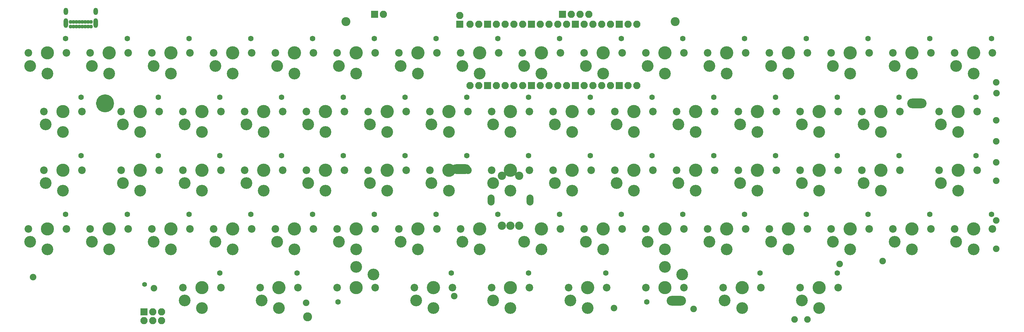
<source format=gts>
%TF.GenerationSoftware,KiCad,Pcbnew,(6.0.0-0)*%
%TF.CreationDate,2022-01-09T21:23:33+09:00*%
%TF.ProjectId,nora,6e6f7261-2e6b-4696-9361-645f70636258,DN:0031*%
%TF.SameCoordinates,Original*%
%TF.FileFunction,Soldermask,Top*%
%TF.FilePolarity,Negative*%
%FSLAX46Y46*%
G04 Gerber Fmt 4.6, Leading zero omitted, Abs format (unit mm)*
G04 Created by KiCad (PCBNEW (6.0.0-0)) date 2022-01-09 21:23:33*
%MOMM*%
%LPD*%
G01*
G04 APERTURE LIST*
G04 Aperture macros list*
%AMRoundRect*
0 Rectangle with rounded corners*
0 $1 Rounding radius*
0 $2 $3 $4 $5 $6 $7 $8 $9 X,Y pos of 4 corners*
0 Add a 4 corners polygon primitive as box body*
4,1,4,$2,$3,$4,$5,$6,$7,$8,$9,$2,$3,0*
0 Add four circle primitives for the rounded corners*
1,1,$1+$1,$2,$3*
1,1,$1+$1,$4,$5*
1,1,$1+$1,$6,$7*
1,1,$1+$1,$8,$9*
0 Add four rect primitives between the rounded corners*
20,1,$1+$1,$2,$3,$4,$5,0*
20,1,$1+$1,$4,$5,$6,$7,0*
20,1,$1+$1,$6,$7,$8,$9,0*
20,1,$1+$1,$8,$9,$2,$3,0*%
G04 Aperture macros list end*
%ADD10O,5.600000X2.800000*%
%ADD11C,1.400000*%
%ADD12C,5.200000*%
%ADD13C,2.600000*%
%ADD14C,2.200000*%
%ADD15C,3.400000*%
%ADD16C,3.829000*%
%ADD17C,1.600000*%
%ADD18C,3.800000*%
%ADD19O,2.000000X3.200000*%
%ADD20C,2.400000*%
%ADD21C,1.900000*%
%ADD22C,1.100000*%
%ADD23O,1.300000X2.800000*%
%ADD24O,1.300000X2.100000*%
%ADD25RoundRect,0.200000X-0.850000X0.850000X-0.850000X-0.850000X0.850000X-0.850000X0.850000X0.850000X0*%
%ADD26O,2.100000X2.100000*%
%ADD27RoundRect,0.200000X-0.850000X-0.850000X0.850000X-0.850000X0.850000X0.850000X-0.850000X0.850000X0*%
G04 APERTURE END LIST*
D10*
X150800000Y-69550000D03*
X213100000Y-107750000D03*
X282650000Y-50450000D03*
D11*
X49050000Y-49100000D03*
X47800000Y-48550000D03*
X49050000Y-51800000D03*
X46450000Y-49100000D03*
X46450000Y-51750000D03*
X49700000Y-50450000D03*
X47800000Y-52350000D03*
X45900000Y-50450000D03*
D12*
X47800000Y-50450000D03*
D13*
X117500000Y-26800000D03*
X212750000Y-26800000D03*
X106450000Y-112400000D03*
D14*
X43539048Y-35875520D03*
D15*
X49039048Y-41825520D03*
D16*
X49039048Y-35875520D03*
D15*
X44039048Y-39625520D03*
D14*
X54539048Y-35875520D03*
D17*
X54259048Y-31675520D03*
D14*
X54539048Y-86875520D03*
D15*
X49039048Y-92825520D03*
D16*
X49039048Y-86875520D03*
D15*
X44039048Y-90625520D03*
D14*
X43539048Y-86875520D03*
D17*
X54259048Y-82675520D03*
D14*
X72398424Y-35875520D03*
D17*
X72118424Y-31675520D03*
D14*
X61398424Y-35875520D03*
D16*
X66898424Y-35875520D03*
D15*
X66898424Y-41825520D03*
X61898424Y-39625520D03*
D14*
X52468736Y-52875520D03*
D15*
X52968736Y-56625520D03*
D14*
X63468736Y-52875520D03*
D15*
X57968736Y-58825520D03*
D17*
X63188736Y-48675520D03*
D16*
X57968736Y-52875520D03*
D15*
X61898424Y-90625520D03*
D14*
X61398424Y-86875520D03*
D15*
X66898424Y-92825520D03*
D17*
X72118424Y-82675520D03*
D14*
X72398424Y-86875520D03*
D16*
X66898424Y-86875520D03*
D15*
X84757800Y-41825520D03*
D14*
X90257800Y-35875520D03*
D15*
X79757800Y-39625520D03*
D16*
X84757800Y-35875520D03*
D14*
X79257800Y-35875520D03*
D17*
X89977800Y-31675520D03*
D15*
X75828112Y-58825520D03*
D17*
X81048112Y-48675520D03*
D16*
X75828112Y-52875520D03*
D14*
X81328112Y-52875520D03*
D15*
X70828112Y-56625520D03*
D14*
X70328112Y-52875520D03*
D15*
X75828112Y-75825520D03*
X70828112Y-73625520D03*
D14*
X81328112Y-69875520D03*
D16*
X75828112Y-69875520D03*
D17*
X81048112Y-65675520D03*
D14*
X70328112Y-69875520D03*
X90257800Y-86875520D03*
D15*
X79757800Y-90625520D03*
D17*
X89977800Y-82675520D03*
D14*
X79257800Y-86875520D03*
D16*
X84757800Y-86875520D03*
D15*
X84757800Y-92825520D03*
D16*
X102617176Y-35875520D03*
D15*
X102617176Y-41825520D03*
D14*
X108117176Y-35875520D03*
X97117176Y-35875520D03*
D17*
X107837176Y-31675520D03*
D15*
X97617176Y-39625520D03*
D14*
X99187488Y-52875520D03*
D15*
X93687488Y-58825520D03*
D16*
X93687488Y-52875520D03*
D15*
X88687488Y-56625520D03*
D14*
X88187488Y-52875520D03*
D17*
X98907488Y-48675520D03*
D14*
X88187488Y-69875520D03*
D15*
X93687488Y-75825520D03*
D17*
X98907488Y-65675520D03*
D15*
X88687488Y-73625520D03*
D16*
X93687488Y-69875520D03*
D14*
X99187488Y-69875520D03*
D15*
X97617176Y-90625520D03*
D16*
X102617176Y-86875520D03*
D15*
X102617176Y-92825520D03*
D17*
X107837176Y-82675520D03*
D14*
X108117176Y-86875520D03*
X97117176Y-86875520D03*
D15*
X120476552Y-41825520D03*
X115476552Y-39625520D03*
D16*
X120476552Y-35875520D03*
D17*
X125696552Y-31675520D03*
D14*
X114976552Y-35875520D03*
X125976552Y-35875520D03*
D15*
X106546864Y-56625520D03*
D17*
X116766864Y-48675520D03*
D14*
X106046864Y-52875520D03*
X117046864Y-52875520D03*
D16*
X111546864Y-52875520D03*
D15*
X111546864Y-58825520D03*
D16*
X111546864Y-69875520D03*
D14*
X117046864Y-69875520D03*
D15*
X111546864Y-75825520D03*
D14*
X106046864Y-69875520D03*
D17*
X116766864Y-65675520D03*
D15*
X106546864Y-73625520D03*
X115476552Y-90625520D03*
D14*
X114976552Y-86875520D03*
D17*
X125696552Y-82675520D03*
D14*
X125976552Y-86875520D03*
D16*
X120476552Y-86875520D03*
D15*
X120476552Y-92825520D03*
D14*
X143835928Y-35875520D03*
D15*
X138335928Y-41825520D03*
D14*
X132835928Y-35875520D03*
D17*
X143555928Y-31675520D03*
D15*
X133335928Y-39625520D03*
D16*
X138335928Y-35875520D03*
D17*
X134626240Y-48675520D03*
D14*
X123906240Y-52875520D03*
D15*
X124406240Y-56625520D03*
D14*
X134906240Y-52875520D03*
D16*
X129406240Y-52875520D03*
D15*
X129406240Y-58825520D03*
D17*
X134626240Y-65675520D03*
D15*
X129406240Y-75825520D03*
X124406240Y-73625520D03*
D14*
X123906240Y-69875520D03*
D16*
X129406240Y-69875520D03*
D14*
X134906240Y-69875520D03*
X143835928Y-86875520D03*
X132835928Y-86875520D03*
D15*
X133335928Y-90625520D03*
D16*
X138335928Y-86875520D03*
D15*
X138335928Y-92825520D03*
D17*
X143555928Y-82675520D03*
D15*
X147265616Y-58825520D03*
D17*
X152485616Y-48675520D03*
D16*
X147265616Y-52875520D03*
D14*
X152765616Y-52875520D03*
X141765616Y-52875520D03*
D15*
X142265616Y-56625520D03*
D17*
X152485616Y-65675520D03*
D14*
X152765616Y-69875520D03*
D16*
X147265616Y-69875520D03*
D15*
X142265616Y-73625520D03*
X147265616Y-75825520D03*
D14*
X141765616Y-69875520D03*
X197414056Y-35875520D03*
D15*
X186914056Y-39625520D03*
D17*
X197134056Y-31675520D03*
D15*
X191914056Y-41825520D03*
D16*
X191914056Y-35875520D03*
D14*
X186414056Y-35875520D03*
D15*
X182984368Y-58825520D03*
D14*
X188484368Y-52875520D03*
D15*
X177984368Y-56625520D03*
D14*
X177484368Y-52875520D03*
D16*
X182984368Y-52875520D03*
D17*
X188204368Y-48675520D03*
X197134056Y-82675520D03*
D16*
X191914056Y-86875520D03*
D15*
X186914056Y-90625520D03*
D14*
X186414056Y-86875520D03*
X197414056Y-86875520D03*
D15*
X191914056Y-92825520D03*
X182449212Y-107625520D03*
D14*
X192949212Y-103875520D03*
D17*
X192669212Y-99675520D03*
D15*
X187449212Y-109825520D03*
D14*
X181949212Y-103875520D03*
D16*
X187449212Y-103875520D03*
D14*
X204273432Y-35875520D03*
D16*
X209773432Y-35875520D03*
D15*
X209773432Y-41825520D03*
D14*
X215273432Y-35875520D03*
D17*
X214993432Y-31675520D03*
D15*
X204773432Y-39625520D03*
D14*
X206343744Y-52875520D03*
D16*
X200843744Y-52875520D03*
D14*
X195343744Y-52875520D03*
D17*
X206063744Y-48675520D03*
D15*
X195843744Y-56625520D03*
X200843744Y-58825520D03*
X195843744Y-73625520D03*
X200843744Y-75825520D03*
D14*
X195343744Y-69875520D03*
D16*
X200843744Y-69875520D03*
D17*
X206063744Y-65675520D03*
D14*
X206343744Y-69875520D03*
X204273432Y-86875520D03*
D16*
X209773432Y-86875520D03*
D17*
X214993432Y-82675520D03*
D15*
X209773432Y-92825520D03*
D14*
X215273432Y-86875520D03*
D15*
X204773432Y-90625520D03*
D14*
X215273432Y-103875520D03*
D15*
X214773432Y-100125520D03*
D17*
X204553432Y-108075520D03*
D18*
X209773432Y-103875520D03*
D15*
X209773432Y-97925520D03*
D14*
X204273432Y-103875520D03*
D17*
X232852808Y-31675520D03*
D15*
X222632808Y-39625520D03*
D16*
X227632808Y-35875520D03*
D15*
X227632808Y-41825520D03*
D14*
X222132808Y-35875520D03*
X233132808Y-35875520D03*
D16*
X218703120Y-69875520D03*
D17*
X223923120Y-65675520D03*
D14*
X224203120Y-69875520D03*
D15*
X218703120Y-75825520D03*
X213703120Y-73625520D03*
D14*
X213203120Y-69875520D03*
D17*
X232852808Y-82675520D03*
D15*
X222632808Y-90625520D03*
D14*
X222132808Y-86875520D03*
D15*
X227632808Y-92825520D03*
D16*
X227632808Y-86875520D03*
D14*
X233132808Y-86875520D03*
D17*
X237317652Y-99675520D03*
D14*
X226597652Y-103875520D03*
D16*
X232097652Y-103875520D03*
D14*
X237597652Y-103875520D03*
D15*
X232097652Y-109825520D03*
X227097652Y-107625520D03*
D17*
X250712187Y-31675520D03*
D14*
X239992187Y-35875520D03*
D16*
X245492187Y-35875520D03*
D15*
X245492187Y-41825520D03*
D14*
X250992187Y-35875520D03*
D15*
X240492187Y-39625520D03*
X240491992Y-90625520D03*
D17*
X250711992Y-82675520D03*
D16*
X245491992Y-86875520D03*
D15*
X245491992Y-92825520D03*
D14*
X239991992Y-86875520D03*
X250991992Y-86875520D03*
D15*
X263351560Y-41825520D03*
D16*
X263351560Y-35875520D03*
D15*
X258351560Y-39625520D03*
D14*
X268851560Y-35875520D03*
D17*
X268571560Y-31675520D03*
D14*
X257851560Y-35875520D03*
X259921672Y-69875520D03*
D15*
X249421672Y-73625520D03*
D17*
X259641672Y-65675520D03*
D14*
X248921672Y-69875520D03*
D16*
X254421672Y-69875520D03*
D15*
X254421672Y-75825520D03*
D14*
X268851560Y-86875520D03*
D15*
X258351560Y-90625520D03*
D16*
X263351560Y-86875520D03*
D17*
X268571560Y-82675520D03*
D14*
X257851560Y-86875520D03*
D15*
X263351560Y-92825520D03*
D14*
X275710937Y-35875520D03*
X286710937Y-35875520D03*
D16*
X281210937Y-35875520D03*
D15*
X281210937Y-41825520D03*
D17*
X286430937Y-31675520D03*
D15*
X276210937Y-39625520D03*
X272281032Y-58825520D03*
D17*
X277501032Y-48675520D03*
D16*
X272281032Y-52875520D03*
D14*
X266781032Y-52875520D03*
X277781032Y-52875520D03*
D15*
X267281032Y-56625520D03*
D17*
X277501032Y-65675520D03*
D16*
X272281032Y-69875520D03*
D14*
X266781032Y-69875520D03*
X277781032Y-69875520D03*
D15*
X267281032Y-73625520D03*
X272281032Y-75825520D03*
D14*
X286710936Y-86875520D03*
X275710936Y-86875520D03*
D16*
X281210936Y-86875520D03*
D15*
X281210936Y-92825520D03*
D17*
X286430936Y-82675520D03*
D15*
X276210936Y-90625520D03*
D14*
X293570312Y-35875520D03*
D15*
X294070312Y-39625520D03*
D14*
X304570312Y-35875520D03*
D17*
X304290312Y-31675520D03*
D16*
X299070312Y-35875520D03*
D15*
X299070312Y-41825520D03*
D14*
X304570312Y-86875520D03*
D15*
X299070312Y-92825520D03*
D14*
X293570312Y-86875520D03*
D16*
X299070312Y-86875520D03*
D15*
X294070312Y-90625520D03*
D17*
X304290312Y-82675520D03*
X63188736Y-65675520D03*
D15*
X57968736Y-75825520D03*
X52968736Y-73625520D03*
D14*
X52468736Y-69875520D03*
D16*
X57968736Y-69875520D03*
D14*
X63468736Y-69875520D03*
D17*
X223923120Y-48675520D03*
D15*
X218703120Y-58825520D03*
D14*
X224203120Y-52875520D03*
D16*
X218703120Y-52875520D03*
D14*
X213203120Y-52875520D03*
D15*
X213703120Y-56625520D03*
D16*
X182984368Y-69875520D03*
D14*
X188484368Y-69875520D03*
D15*
X177984368Y-73625520D03*
D14*
X177484368Y-69875520D03*
D17*
X188204368Y-65675520D03*
D15*
X182984368Y-75825520D03*
X35644516Y-58825520D03*
D17*
X40864516Y-48675520D03*
D18*
X35644516Y-52875520D03*
D14*
X30144516Y-52875520D03*
X41144516Y-52875520D03*
D15*
X30644516Y-56625520D03*
D14*
X36679672Y-35875520D03*
D15*
X31179672Y-41825520D03*
X26179672Y-39625520D03*
D14*
X25679672Y-35875520D03*
D17*
X36399672Y-31675520D03*
D18*
X31179672Y-35875520D03*
D17*
X36399680Y-82675520D03*
D15*
X26179680Y-90625520D03*
D14*
X25679680Y-86875520D03*
D18*
X31179680Y-86875520D03*
D15*
X31179680Y-92825520D03*
D14*
X36679680Y-86875520D03*
D15*
X125476552Y-100125520D03*
D14*
X125976552Y-103875520D03*
D17*
X115256552Y-108075520D03*
D15*
X120476552Y-97925520D03*
D14*
X114976552Y-103875520D03*
D18*
X120476552Y-103875520D03*
D16*
X142800772Y-103875520D03*
D17*
X148020772Y-99675520D03*
D14*
X137300772Y-103875520D03*
D15*
X137800772Y-107625520D03*
X142800772Y-109825520D03*
D14*
X148300772Y-103875520D03*
X242062312Y-69875520D03*
D15*
X236562312Y-75825520D03*
X231562312Y-73625520D03*
D17*
X241782312Y-65675520D03*
D16*
X236562312Y-69875520D03*
D14*
X231062312Y-69875520D03*
X248921872Y-103875520D03*
D15*
X249421872Y-107625520D03*
D18*
X254421872Y-103875520D03*
D15*
X254421872Y-109825520D03*
D17*
X259641872Y-99675520D03*
D14*
X259921872Y-103875520D03*
X81328112Y-103875520D03*
D17*
X81048112Y-99675520D03*
D15*
X70828112Y-107625520D03*
D18*
X75828112Y-103875520D03*
D14*
X70328112Y-103875520D03*
D15*
X75828112Y-109825520D03*
X93152332Y-107625520D03*
X98152332Y-109825520D03*
D14*
X92652332Y-103875520D03*
X103652332Y-103875520D03*
D17*
X103372332Y-99675520D03*
D16*
X98152332Y-103875520D03*
D14*
X242062312Y-52875520D03*
X231062312Y-52875520D03*
D15*
X231562312Y-56625520D03*
D16*
X236562312Y-52875520D03*
D17*
X241782312Y-48675520D03*
D15*
X236562312Y-58825520D03*
X289605232Y-56625520D03*
D17*
X299825232Y-48675520D03*
D14*
X289105232Y-52875520D03*
D15*
X294605232Y-58825520D03*
D14*
X300105232Y-52875520D03*
D18*
X294605232Y-52875520D03*
D14*
X300105232Y-69875520D03*
X289105232Y-69875520D03*
D15*
X289605232Y-73625520D03*
D18*
X294605232Y-69875520D03*
D17*
X299825232Y-65675520D03*
D15*
X294605232Y-75825520D03*
D14*
X259921672Y-52875520D03*
X248921672Y-52875520D03*
D15*
X254421672Y-58825520D03*
X249421672Y-56625520D03*
D17*
X259641672Y-48675520D03*
D16*
X254421672Y-52875520D03*
D14*
X41144516Y-69875520D03*
D17*
X40864516Y-65675520D03*
D15*
X35644516Y-75825520D03*
D18*
X35644516Y-69875520D03*
D15*
X30644516Y-73625520D03*
D14*
X30144516Y-69875520D03*
D16*
X156195304Y-35875520D03*
D15*
X156195304Y-41825520D03*
D17*
X161415304Y-31675520D03*
D14*
X161695304Y-35875520D03*
D15*
X151195304Y-39625520D03*
D14*
X150695304Y-35875520D03*
D19*
X159524992Y-78475520D03*
X170724992Y-78475520D03*
D20*
X162624992Y-85975520D03*
X167624992Y-85975520D03*
X165124992Y-85975520D03*
X167624992Y-71475520D03*
X162624992Y-71475520D03*
D16*
X174054680Y-86875520D03*
D17*
X179274680Y-82675520D03*
D15*
X169054680Y-90625520D03*
D14*
X179554680Y-86875520D03*
D15*
X174054680Y-92825520D03*
D17*
X179274680Y-31675520D03*
D14*
X179554680Y-35875520D03*
D15*
X169054680Y-39625520D03*
D16*
X174054680Y-35875520D03*
D15*
X174054680Y-41825520D03*
D14*
X168554680Y-35875520D03*
X170624992Y-103875520D03*
D18*
X165124992Y-103875520D03*
D15*
X160124992Y-107625520D03*
D17*
X170344992Y-99675520D03*
D14*
X159624992Y-103875520D03*
D15*
X165124992Y-109825520D03*
D14*
X150695304Y-86875520D03*
D15*
X151195304Y-90625520D03*
X156195304Y-92825520D03*
D17*
X161415304Y-82675520D03*
D16*
X156195304Y-86875520D03*
D14*
X170624992Y-69875520D03*
D15*
X160124992Y-73625520D03*
D14*
X159624992Y-69875520D03*
D17*
X170344992Y-65675520D03*
D16*
X165124992Y-69875520D03*
D15*
X165124992Y-75825520D03*
D17*
X170344992Y-48675520D03*
D15*
X165124992Y-58825520D03*
D14*
X159624992Y-52875520D03*
D15*
X160124992Y-56625520D03*
D16*
X165124992Y-52875520D03*
D14*
X170624992Y-52875520D03*
D21*
X61973432Y-104075520D03*
X305614056Y-84475520D03*
X148860866Y-106375520D03*
D11*
X59273432Y-102975520D03*
D21*
X105973432Y-108275520D03*
X27000000Y-100900000D03*
X305614056Y-92675520D03*
X305700000Y-47500000D03*
X305649984Y-61500000D03*
X305650000Y-67600000D03*
X272760866Y-96175520D03*
X247260866Y-113175520D03*
X305649984Y-55400000D03*
X305649984Y-72950000D03*
D22*
X37800000Y-28190000D03*
X38650000Y-28190000D03*
X39500000Y-28190000D03*
X40350000Y-28190000D03*
X41200000Y-28190000D03*
X42050000Y-28190000D03*
X42900000Y-28190000D03*
X43750000Y-28190000D03*
X43750000Y-26840000D03*
X42900000Y-26840000D03*
X42050000Y-26840000D03*
X41200000Y-26840000D03*
X40350000Y-26840000D03*
X39500000Y-26840000D03*
X38650000Y-26840000D03*
X37800000Y-26840000D03*
D23*
X45100000Y-27210000D03*
D24*
X36450000Y-23830000D03*
X45100000Y-23830000D03*
D23*
X36450000Y-27210000D03*
D25*
X180149984Y-24675520D03*
D26*
X182689984Y-24675520D03*
X185229984Y-24675520D03*
X187769984Y-24675520D03*
D21*
X305649984Y-44400000D03*
X260373432Y-97075520D03*
D26*
X153419984Y-27585520D03*
X155959984Y-27585520D03*
D25*
X158499984Y-27585520D03*
D26*
X161039984Y-27585520D03*
X163579984Y-27585520D03*
X166119984Y-27585520D03*
X168659984Y-27585520D03*
D25*
X171199984Y-27585520D03*
D26*
X173739984Y-27585520D03*
X176279984Y-27585520D03*
X178819984Y-27585520D03*
X181359984Y-27585520D03*
D25*
X183899984Y-27585520D03*
D26*
X186439984Y-27585520D03*
X188979984Y-27585520D03*
X191519984Y-27585520D03*
X194059984Y-27585520D03*
D25*
X196599984Y-27585520D03*
D26*
X199139984Y-27585520D03*
X201679984Y-27585520D03*
X201679984Y-45365520D03*
X199139984Y-45365520D03*
D25*
X196599984Y-45365520D03*
D26*
X194059984Y-45365520D03*
X191519984Y-45365520D03*
X188979984Y-45365520D03*
X186439984Y-45365520D03*
D25*
X183899984Y-45365520D03*
D26*
X181359984Y-45365520D03*
X178819984Y-45365520D03*
X176279984Y-45365520D03*
X173739984Y-45365520D03*
D25*
X171199984Y-45365520D03*
D26*
X168659984Y-45365520D03*
X166119984Y-45365520D03*
X163579984Y-45365520D03*
X161039984Y-45365520D03*
D25*
X158499984Y-45365520D03*
D26*
X155959984Y-45365520D03*
X153419984Y-45365520D03*
D27*
X150400000Y-27585520D03*
D26*
X150400000Y-25045520D03*
D25*
X125800000Y-24700520D03*
D26*
X128340000Y-24700520D03*
D21*
X195023432Y-109825520D03*
X251010866Y-113175520D03*
X218060866Y-110075520D03*
D25*
X59100000Y-110900000D03*
D26*
X59100000Y-113440000D03*
X61640000Y-110900000D03*
X61640000Y-113440000D03*
X64180000Y-110900000D03*
X64180000Y-113440000D03*
M02*

</source>
